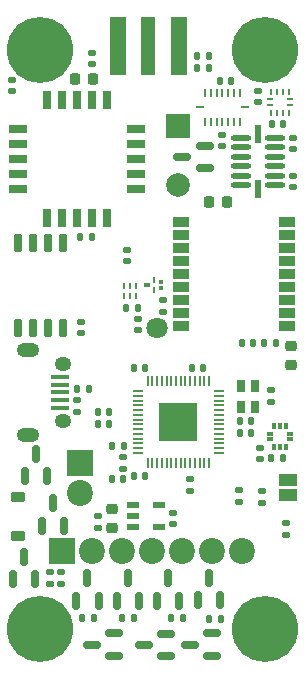
<source format=gbr>
%TF.GenerationSoftware,KiCad,Pcbnew,8.0.0*%
%TF.CreationDate,2024-03-26T22:04:53-07:00*%
%TF.ProjectId,lyrav3r1,6c797261-7633-4723-912e-6b696361645f,rev?*%
%TF.SameCoordinates,Original*%
%TF.FileFunction,Soldermask,Bot*%
%TF.FilePolarity,Negative*%
%FSLAX46Y46*%
G04 Gerber Fmt 4.6, Leading zero omitted, Abs format (unit mm)*
G04 Created by KiCad (PCBNEW 8.0.0) date 2024-03-26 22:04:53*
%MOMM*%
%LPD*%
G01*
G04 APERTURE LIST*
G04 Aperture macros list*
%AMRoundRect*
0 Rectangle with rounded corners*
0 $1 Rounding radius*
0 $2 $3 $4 $5 $6 $7 $8 $9 X,Y pos of 4 corners*
0 Add a 4 corners polygon primitive as box body*
4,1,4,$2,$3,$4,$5,$6,$7,$8,$9,$2,$3,0*
0 Add four circle primitives for the rounded corners*
1,1,$1+$1,$2,$3*
1,1,$1+$1,$4,$5*
1,1,$1+$1,$6,$7*
1,1,$1+$1,$8,$9*
0 Add four rect primitives between the rounded corners*
20,1,$1+$1,$2,$3,$4,$5,0*
20,1,$1+$1,$4,$5,$6,$7,0*
20,1,$1+$1,$6,$7,$8,$9,0*
20,1,$1+$1,$8,$9,$2,$3,0*%
G04 Aperture macros list end*
%ADD10C,5.600000*%
%ADD11R,2.000000X2.000000*%
%ADD12C,2.000000*%
%ADD13R,2.200000X2.200000*%
%ADD14C,2.200000*%
%ADD15C,1.800000*%
%ADD16RoundRect,0.140000X0.170000X-0.140000X0.170000X0.140000X-0.170000X0.140000X-0.170000X-0.140000X0*%
%ADD17RoundRect,0.140000X-0.170000X0.140000X-0.170000X-0.140000X0.170000X-0.140000X0.170000X0.140000X0*%
%ADD18RoundRect,0.135000X0.185000X-0.135000X0.185000X0.135000X-0.185000X0.135000X-0.185000X-0.135000X0*%
%ADD19RoundRect,0.140000X-0.140000X-0.170000X0.140000X-0.170000X0.140000X0.170000X-0.140000X0.170000X0*%
%ADD20RoundRect,0.140000X0.140000X0.170000X-0.140000X0.170000X-0.140000X-0.170000X0.140000X-0.170000X0*%
%ADD21RoundRect,0.135000X-0.185000X0.135000X-0.185000X-0.135000X0.185000X-0.135000X0.185000X0.135000X0*%
%ADD22RoundRect,0.150000X0.150000X-0.587500X0.150000X0.587500X-0.150000X0.587500X-0.150000X-0.587500X0*%
%ADD23RoundRect,0.135000X0.135000X0.185000X-0.135000X0.185000X-0.135000X-0.185000X0.135000X-0.185000X0*%
%ADD24R,0.500000X0.300000*%
%ADD25R,0.300000X0.500000*%
%ADD26RoundRect,0.135000X-0.135000X-0.185000X0.135000X-0.185000X0.135000X0.185000X-0.135000X0.185000X0*%
%ADD27RoundRect,0.150000X-0.150000X0.650000X-0.150000X-0.650000X0.150000X-0.650000X0.150000X0.650000X0*%
%ADD28RoundRect,0.150000X0.587500X0.150000X-0.587500X0.150000X-0.587500X-0.150000X0.587500X-0.150000X0*%
%ADD29R,0.800000X1.500000*%
%ADD30R,1.500000X0.800000*%
%ADD31R,0.800000X1.000000*%
%ADD32RoundRect,0.050000X-0.050000X0.387500X-0.050000X-0.387500X0.050000X-0.387500X0.050000X0.387500X0*%
%ADD33RoundRect,0.050000X-0.387500X0.050000X-0.387500X-0.050000X0.387500X-0.050000X0.387500X0.050000X0*%
%ADD34R,3.200000X3.200000*%
%ADD35RoundRect,0.225000X-0.250000X0.225000X-0.250000X-0.225000X0.250000X-0.225000X0.250000X0.225000X0*%
%ADD36RoundRect,0.147500X0.147500X0.172500X-0.147500X0.172500X-0.147500X-0.172500X0.147500X-0.172500X0*%
%ADD37RoundRect,0.225000X-0.225000X-0.250000X0.225000X-0.250000X0.225000X0.250000X-0.225000X0.250000X0*%
%ADD38R,0.250000X0.800000*%
%ADD39R,0.800000X0.250000*%
%ADD40R,1.500000X1.000000*%
%ADD41RoundRect,0.225000X-0.375000X0.225000X-0.375000X-0.225000X0.375000X-0.225000X0.375000X0.225000X0*%
%ADD42R,0.280000X0.580000*%
%ADD43R,1.600000X0.400000*%
%ADD44O,1.400000X1.200000*%
%ADD45O,1.900000X1.200000*%
%ADD46O,1.770000X0.450000*%
%ADD47R,0.600000X1.550000*%
%ADD48R,1.200000X5.000000*%
%ADD49R,1.400000X5.000000*%
%ADD50RoundRect,0.225000X0.225000X0.250000X-0.225000X0.250000X-0.225000X-0.250000X0.225000X-0.250000X0*%
%ADD51R,1.000000X0.600000*%
%ADD52RoundRect,0.147500X-0.147500X-0.172500X0.147500X-0.172500X0.147500X0.172500X-0.147500X0.172500X0*%
%ADD53R,0.280000X0.500000*%
%ADD54R,0.500000X0.280000*%
%ADD55R,0.500000X0.320000*%
%ADD56R,0.250000X0.520000*%
%ADD57R,0.420000X0.320000*%
%ADD58R,1.450000X0.850000*%
G04 APERTURE END LIST*
D10*
%TO.C,H3*%
X3000000Y3000000D03*
%TD*%
D11*
%TO.C,BZ1*%
X14672400Y45579000D03*
D12*
X14672400Y40579000D03*
%TD*%
D13*
%TO.C,J8*%
X4791800Y9601800D03*
D14*
X7331800Y9601800D03*
X9871800Y9601800D03*
X12411800Y9601800D03*
X14951800Y9601800D03*
X17491800Y9601800D03*
X20031800Y9601800D03*
%TD*%
D15*
%TO.C,AE1*%
X12843600Y28439000D03*
%TD*%
D10*
%TO.C,H1*%
X3000000Y52000000D03*
%TD*%
%TO.C,H2*%
X22000000Y52000000D03*
%TD*%
%TO.C,H4*%
X22000000Y3000000D03*
%TD*%
D13*
%TO.C,J2*%
X6392000Y17044000D03*
D14*
X6392000Y14504000D03*
%TD*%
D16*
%TO.C,C10*%
X600800Y48542600D03*
X600800Y49502600D03*
%TD*%
D17*
%TO.C,C29*%
X7385200Y51737800D03*
X7385200Y50777800D03*
%TD*%
D18*
%TO.C,R18*%
X6138000Y21334600D03*
X6138000Y22354600D03*
%TD*%
D19*
%TO.C,C3*%
X9061600Y15647000D03*
X10021600Y15647000D03*
%TD*%
D20*
%TO.C,C18*%
X10047000Y18441000D03*
X9087000Y18441000D03*
%TD*%
D21*
%TO.C,R28*%
X19803200Y14751500D03*
X19803200Y13731500D03*
%TD*%
D22*
%TO.C,Q4*%
X18238600Y5406200D03*
X16338600Y5406200D03*
X17288600Y7281200D03*
%TD*%
%TO.C,Q1*%
X5020400Y11735400D03*
X3120400Y11735400D03*
X4070400Y13610400D03*
%TD*%
D21*
%TO.C,R2*%
X4766400Y7775000D03*
X4766400Y6755000D03*
%TD*%
D23*
%TO.C,R13*%
X17316000Y51461000D03*
X16296000Y51461000D03*
%TD*%
D18*
%TO.C,R3*%
X21784400Y13683300D03*
X21784400Y14703300D03*
%TD*%
D19*
%TO.C,C24*%
X15818000Y25095800D03*
X16778000Y25095800D03*
%TD*%
D17*
%TO.C,C1*%
X18380800Y44829000D03*
X18380800Y43869000D03*
%TD*%
D22*
%TO.C,Q9*%
X7928400Y5385400D03*
X6028400Y5385400D03*
X6978400Y7260400D03*
%TD*%
D19*
%TO.C,C12*%
X22546400Y17425000D03*
X23506400Y17425000D03*
%TD*%
D24*
%TO.C,U3*%
X22435800Y19029200D03*
X22435800Y19529200D03*
D25*
X22805800Y20149200D03*
X23305800Y20149200D03*
X23805800Y20149200D03*
D24*
X24175800Y19529200D03*
X24175800Y19029200D03*
D25*
X23805800Y18409200D03*
X23305800Y18409200D03*
X22805800Y18409200D03*
%TD*%
D26*
%TO.C,R15*%
X6085200Y23267000D03*
X7105200Y23267000D03*
%TD*%
D27*
%TO.C,U9*%
X1134200Y35655400D03*
X2404200Y35655400D03*
X3674200Y35655400D03*
X4944200Y35655400D03*
X4944200Y28455400D03*
X3674200Y28455400D03*
X2404200Y28455400D03*
X1134200Y28455400D03*
%TD*%
D28*
%TO.C,Q3*%
X13643900Y2585700D03*
X13643900Y685700D03*
X11768900Y1635700D03*
%TD*%
D23*
%TO.C,R16*%
X17318000Y50445000D03*
X16298000Y50445000D03*
%TD*%
D17*
%TO.C,C28*%
X10303600Y35075400D03*
X10303600Y34115400D03*
%TD*%
D19*
%TO.C,C21*%
X19882000Y20574600D03*
X20842000Y20574600D03*
%TD*%
D18*
%TO.C,R1*%
X23816400Y10920600D03*
X23816400Y11940600D03*
%TD*%
D17*
%TO.C,C33*%
X13351600Y30808200D03*
X13351600Y29848200D03*
%TD*%
%TO.C,C4*%
X21604000Y18339400D03*
X21604000Y17379400D03*
%TD*%
D29*
%TO.C,U1*%
X3547200Y47803400D03*
X4817200Y47803400D03*
X6087200Y47803400D03*
X7357200Y47803400D03*
X8627200Y47803400D03*
D30*
X11087200Y45343400D03*
X11087200Y44073400D03*
X11087200Y42803400D03*
X11087200Y41533400D03*
X11087200Y40263400D03*
D29*
X8627200Y37803400D03*
X7357200Y37803400D03*
X6087200Y37803400D03*
X4817200Y37803400D03*
X3547200Y37803400D03*
D30*
X1087200Y40263400D03*
X1087200Y41533400D03*
X1087200Y42803400D03*
X1087200Y44073400D03*
X1087200Y45343400D03*
%TD*%
D22*
%TO.C,Q5*%
X11370400Y5385400D03*
X9470400Y5385400D03*
X10420400Y7260400D03*
%TD*%
D26*
%TO.C,R17*%
X17261200Y3861400D03*
X18281200Y3861400D03*
%TD*%
D20*
%TO.C,C23*%
X11901200Y15901000D03*
X10941200Y15901000D03*
%TD*%
D31*
%TO.C,X2*%
X21165200Y23557400D03*
X21165200Y21757400D03*
X19965200Y21757400D03*
X19965200Y23557400D03*
%TD*%
D20*
%TO.C,C14*%
X21045200Y27178600D03*
X20085200Y27178600D03*
%TD*%
%TO.C,C17*%
X8802400Y21336600D03*
X7842400Y21336600D03*
%TD*%
%TO.C,C2*%
X19165600Y49378200D03*
X18205600Y49378200D03*
%TD*%
D19*
%TO.C,C16*%
X19882000Y19609400D03*
X20842000Y19609400D03*
%TD*%
D16*
%TO.C,C15*%
X11268800Y28273400D03*
X11268800Y29233400D03*
%TD*%
D32*
%TO.C,U8*%
X12088400Y23944400D03*
X12488400Y23944400D03*
X12888400Y23944400D03*
X13288400Y23944400D03*
X13688400Y23944400D03*
X14088400Y23944400D03*
X14488400Y23944400D03*
X14888400Y23944400D03*
X15288400Y23944400D03*
X15688400Y23944400D03*
X16088400Y23944400D03*
X16488400Y23944400D03*
X16888400Y23944400D03*
X17288400Y23944400D03*
D33*
X18125900Y23106900D03*
X18125900Y22706900D03*
X18125900Y22306900D03*
X18125900Y21906900D03*
X18125900Y21506900D03*
X18125900Y21106900D03*
X18125900Y20706900D03*
X18125900Y20306900D03*
X18125900Y19906900D03*
X18125900Y19506900D03*
X18125900Y19106900D03*
X18125900Y18706900D03*
X18125900Y18306900D03*
X18125900Y17906900D03*
D32*
X17288400Y17069400D03*
X16888400Y17069400D03*
X16488400Y17069400D03*
X16088400Y17069400D03*
X15688400Y17069400D03*
X15288400Y17069400D03*
X14888400Y17069400D03*
X14488400Y17069400D03*
X14088400Y17069400D03*
X13688400Y17069400D03*
X13288400Y17069400D03*
X12888400Y17069400D03*
X12488400Y17069400D03*
X12088400Y17069400D03*
D33*
X11250900Y17906900D03*
X11250900Y18306900D03*
X11250900Y18706900D03*
X11250900Y19106900D03*
X11250900Y19506900D03*
X11250900Y19906900D03*
X11250900Y20306900D03*
X11250900Y20706900D03*
X11250900Y21106900D03*
X11250900Y21506900D03*
X11250900Y21906900D03*
X11250900Y22306900D03*
X11250900Y22706900D03*
X11250900Y23106900D03*
D34*
X14688400Y20506900D03*
%TD*%
D26*
%TO.C,R10*%
X14060800Y3912200D03*
X15080800Y3912200D03*
%TD*%
D22*
%TO.C,Q8*%
X2580900Y7241900D03*
X680900Y7241900D03*
X1630900Y9116900D03*
%TD*%
%TO.C,Q2*%
X14762700Y5383100D03*
X12862700Y5383100D03*
X13812700Y7258100D03*
%TD*%
D28*
%TO.C,Q11*%
X16907600Y43891800D03*
X16907600Y41991800D03*
X15032600Y42941800D03*
%TD*%
D35*
%TO.C,C34*%
X24210400Y26912200D03*
X24210400Y25362200D03*
%TD*%
D36*
%TO.C,L4*%
X11245800Y30175800D03*
X10275800Y30175800D03*
%TD*%
D37*
%TO.C,C11*%
X5908800Y49581400D03*
X7458800Y49581400D03*
%TD*%
D35*
%TO.C,C7*%
X9084400Y13120000D03*
X9084400Y11570000D03*
%TD*%
D38*
%TO.C,U2*%
X19920900Y48343700D03*
X19420900Y48343700D03*
X18920900Y48343700D03*
X18420900Y48343700D03*
X17920900Y48343700D03*
X17420900Y48343700D03*
X16920900Y48343700D03*
D39*
X16510900Y47143700D03*
D38*
X16920900Y45943700D03*
X17420900Y45943700D03*
X17920900Y45943700D03*
X18420900Y45943700D03*
X18920900Y45943700D03*
X19420900Y45943700D03*
X19920900Y45943700D03*
D39*
X20330900Y47143700D03*
%TD*%
D40*
%TO.C,J1*%
X23968800Y15626200D03*
X23968800Y14326200D03*
%TD*%
D26*
%TO.C,R12*%
X6506800Y3907600D03*
X7526800Y3907600D03*
%TD*%
D16*
%TO.C,C9*%
X21400800Y47577400D03*
X21400800Y48537400D03*
%TD*%
D17*
%TO.C,C13*%
X22495600Y23188200D03*
X22495600Y22228200D03*
%TD*%
D22*
%TO.C,Q6*%
X3573800Y15899400D03*
X1673800Y15899400D03*
X2623800Y17774400D03*
%TD*%
D41*
%TO.C,D1*%
X1131300Y14124900D03*
X1131300Y10824900D03*
%TD*%
D42*
%TO.C,U7*%
X11116400Y31215400D03*
X10616400Y31215400D03*
X10116400Y31215400D03*
X10116400Y32055400D03*
X10616400Y32055400D03*
X11116400Y32055400D03*
%TD*%
D20*
%TO.C,C25*%
X11883300Y25120500D03*
X10923300Y25120500D03*
%TD*%
D17*
%TO.C,C19*%
X10038100Y17526600D03*
X10038100Y16566600D03*
%TD*%
%TO.C,C50*%
X24375200Y44575000D03*
X24375200Y43615000D03*
%TD*%
D19*
%TO.C,C8*%
X22597200Y45771400D03*
X23557200Y45771400D03*
%TD*%
D43*
%TO.C,J7*%
X4629700Y21713000D03*
X4629700Y22363000D03*
X4629700Y23013000D03*
X4629700Y23663000D03*
X4639700Y24313000D03*
D44*
X4879700Y25433000D03*
X4879700Y20593000D03*
D45*
X1979700Y19413000D03*
X1979700Y26613000D03*
%TD*%
D20*
%TO.C,C26*%
X8802400Y20371400D03*
X7842400Y20371400D03*
%TD*%
D46*
%TO.C,U5*%
X22838800Y44571000D03*
X22838800Y43771000D03*
X22838800Y42971000D03*
X22838800Y42171000D03*
X22838800Y41371000D03*
X22838800Y40571000D03*
D47*
X21428800Y40271000D03*
D46*
X20018800Y40571000D03*
X20018800Y41371000D03*
X20018800Y42171000D03*
X20018800Y42971000D03*
X20018800Y43771000D03*
X20018800Y44571000D03*
D47*
X21428800Y44871000D03*
%TD*%
D48*
%TO.C,AE3*%
X12150000Y52365000D03*
D49*
X14700000Y52365000D03*
X9600000Y52365000D03*
%TD*%
D16*
%TO.C,C32*%
X24375200Y40414600D03*
X24375200Y41374600D03*
%TD*%
D50*
%TO.C,C20*%
X18800200Y39116600D03*
X17250200Y39116600D03*
%TD*%
D17*
%TO.C,C22*%
X15670500Y15643700D03*
X15670500Y14683700D03*
%TD*%
D51*
%TO.C,U6*%
X10829200Y11598200D03*
X10829200Y12548200D03*
X10829200Y13498200D03*
X13029200Y13498200D03*
X13029200Y11598200D03*
%TD*%
D52*
%TO.C,L1*%
X21959800Y27178600D03*
X22929800Y27178600D03*
%TD*%
D53*
%TO.C,U4*%
X24046400Y46685800D03*
X23546400Y46685800D03*
X23046400Y46685800D03*
X22546400Y46685800D03*
D54*
X22416400Y47315800D03*
X22416400Y47815800D03*
D53*
X22546400Y48445800D03*
X23046400Y48445800D03*
X23546400Y48445800D03*
X24046400Y48445800D03*
D54*
X24176400Y47815800D03*
X24176400Y47315800D03*
%TD*%
D55*
%TO.C,FL1*%
X12030800Y32101700D03*
D56*
X12620800Y32491700D03*
D57*
X13210800Y32391700D03*
X13210800Y31811700D03*
D56*
X12620800Y31711700D03*
%TD*%
D28*
%TO.C,Q10*%
X9275100Y2611100D03*
X9275100Y711100D03*
X7400100Y1661100D03*
%TD*%
D17*
%TO.C,C6*%
X7888000Y12520200D03*
X7888000Y11560200D03*
%TD*%
D58*
%TO.C,IC1*%
X23900000Y37425000D03*
X23900000Y36325000D03*
X23900000Y35225000D03*
X23900000Y34125000D03*
X23900000Y33025000D03*
X23900000Y31925000D03*
X23900000Y30825000D03*
X23900000Y29725000D03*
X23900000Y28625000D03*
X14900000Y28625000D03*
X14900000Y29725000D03*
X14900000Y30825000D03*
X14900000Y31925000D03*
X14900000Y33025000D03*
X14900000Y34125000D03*
X14900000Y35225000D03*
X14900000Y36325000D03*
X14900000Y37425000D03*
%TD*%
D16*
%TO.C,C27*%
X6442800Y28019400D03*
X6442800Y28979400D03*
%TD*%
D26*
%TO.C,R11*%
X9935800Y3882200D03*
X10955800Y3882200D03*
%TD*%
D28*
%TO.C,Q7*%
X17514900Y2604400D03*
X17514900Y704400D03*
X15639900Y1654400D03*
%TD*%
D23*
%TO.C,R14*%
X7359200Y36170200D03*
X6339200Y36170200D03*
%TD*%
D16*
%TO.C,C5*%
X14266000Y11865000D03*
X14266000Y12825000D03*
%TD*%
D18*
%TO.C,R4*%
X3801200Y6755000D03*
X3801200Y7775000D03*
%TD*%
M02*

</source>
